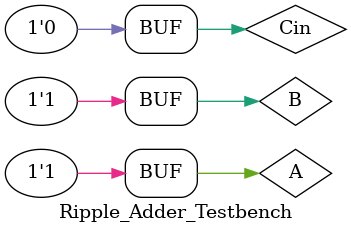
<source format=v>
`timescale 1ns / 1ps


module Ripple_Adder_Testbench;

	// Inputs
	reg A;

	// Instantiate the Unit Under Test (UUT)
	Adder_4_Bit uut (
		.A(A)
	);

	initial begin
		// Initialize Inputs
		A = 0;

		// Wait 100 ns for global reset to finish
		//#100;
        
		// Add stimulus here
		A=4'b0000; B=4'b0000; Cin=0; #10
		A=4'b0000; B=4'b0000; Cin=1; #10
		A=4'b0011; B=4'b0001; Cin=0; #10
		A=4'b0011; B=4'b0111; Cin=0; #10
		A=4'b0111; B=4'b0000; Cin=1; #10
		A=4'b1111; B=4'b0001; Cin=0; 

	end
      
endmodule


</source>
